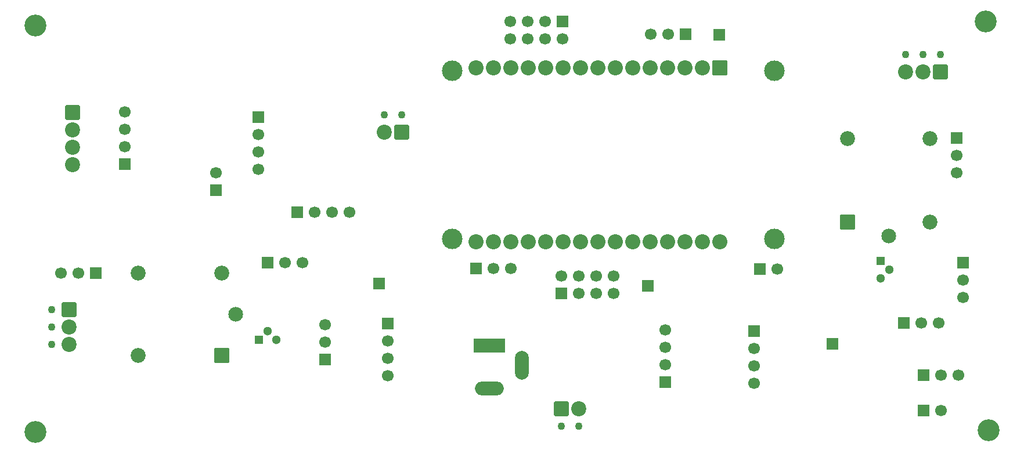
<source format=gbr>
%TF.GenerationSoftware,KiCad,Pcbnew,9.0.7-9.0.7~ubuntu24.04.1*%
%TF.CreationDate,2026-02-20T15:38:25-05:00*%
%TF.ProjectId,plantPartner_PCB1.0,706c616e-7450-4617-9274-6e65725f5043,rev?*%
%TF.SameCoordinates,Original*%
%TF.FileFunction,Soldermask,Bot*%
%TF.FilePolarity,Negative*%
%FSLAX46Y46*%
G04 Gerber Fmt 4.6, Leading zero omitted, Abs format (unit mm)*
G04 Created by KiCad (PCBNEW 9.0.7-9.0.7~ubuntu24.04.1) date 2026-02-20 15:38:25*
%MOMM*%
%LPD*%
G01*
G04 APERTURE LIST*
G04 Aperture macros list*
%AMRoundRect*
0 Rectangle with rounded corners*
0 $1 Rounding radius*
0 $2 $3 $4 $5 $6 $7 $8 $9 X,Y pos of 4 corners*
0 Add a 4 corners polygon primitive as box body*
4,1,4,$2,$3,$4,$5,$6,$7,$8,$9,$2,$3,0*
0 Add four circle primitives for the rounded corners*
1,1,$1+$1,$2,$3*
1,1,$1+$1,$4,$5*
1,1,$1+$1,$6,$7*
1,1,$1+$1,$8,$9*
0 Add four rect primitives between the rounded corners*
20,1,$1+$1,$2,$3,$4,$5,0*
20,1,$1+$1,$4,$5,$6,$7,0*
20,1,$1+$1,$6,$7,$8,$9,0*
20,1,$1+$1,$8,$9,$2,$3,0*%
G04 Aperture macros list end*
%ADD10R,1.700000X1.700000*%
%ADD11C,1.700000*%
%ADD12C,3.200000*%
%ADD13RoundRect,0.249999X-0.850001X0.850001X-0.850001X-0.850001X0.850001X-0.850001X0.850001X0.850001X0*%
%ADD14C,2.200000*%
%ADD15RoundRect,0.102000X0.990000X-0.990000X0.990000X0.990000X-0.990000X0.990000X-0.990000X-0.990000X0*%
%ADD16C,2.184000*%
%ADD17C,2.139000*%
%ADD18C,1.100000*%
%ADD19RoundRect,0.249999X-0.850001X-0.850001X0.850001X-0.850001X0.850001X0.850001X-0.850001X0.850001X0*%
%ADD20C,3.000000*%
%ADD21RoundRect,0.102000X-1.000000X1.000000X-1.000000X-1.000000X1.000000X-1.000000X1.000000X1.000000X0*%
%ADD22C,2.204000*%
%ADD23RoundRect,0.102000X0.990000X0.990000X-0.990000X0.990000X-0.990000X-0.990000X0.990000X-0.990000X0*%
%ADD24R,1.300000X1.300000*%
%ADD25C,1.300000*%
%ADD26RoundRect,0.249999X0.850001X0.850001X-0.850001X0.850001X-0.850001X-0.850001X0.850001X-0.850001X0*%
%ADD27R,4.600000X2.000000*%
%ADD28O,4.200000X2.000000*%
%ADD29O,2.000000X4.200000*%
G04 APERTURE END LIST*
D10*
%TO.C,J20*%
X161955000Y-96750000D03*
D11*
X161955000Y-94210000D03*
X164495000Y-96750000D03*
X164495000Y-94210000D03*
X167035000Y-96750000D03*
X167035000Y-94210000D03*
X169575000Y-96750000D03*
X169575000Y-94210000D03*
%TD*%
D10*
%TO.C,J1*%
X177160000Y-109760000D03*
D11*
X177160000Y-107220000D03*
X177160000Y-104680000D03*
X177160000Y-102140000D03*
%TD*%
D12*
%TO.C,TopLeft*%
X85260000Y-57700000D03*
%TD*%
%TO.C,TopRight*%
X223860000Y-57100000D03*
%TD*%
D13*
%TO.C,J4*%
X90700000Y-70400000D03*
D14*
X90700000Y-72940000D03*
X90700000Y-75480000D03*
X90700000Y-78020000D03*
%TD*%
D10*
%TO.C,J16*%
X190060000Y-102280000D03*
D11*
X190060000Y-104820000D03*
X190060000Y-107360000D03*
X190060000Y-109900000D03*
%TD*%
D10*
%TO.C,J11*%
X111615000Y-81675000D03*
D11*
X111615000Y-79135000D03*
%TD*%
D10*
%TO.C,J8*%
X162105000Y-57050000D03*
D11*
X162105000Y-59590000D03*
X159565000Y-57050000D03*
X159565000Y-59590000D03*
X157025000Y-57050000D03*
X157025000Y-59590000D03*
X154485000Y-57050000D03*
X154485000Y-59590000D03*
%TD*%
D10*
%TO.C,J27*%
X135365000Y-95350000D03*
%TD*%
%TO.C,J22*%
X136686250Y-101180000D03*
D11*
X136686250Y-103720000D03*
X136686250Y-106260000D03*
X136686250Y-108800000D03*
%TD*%
D12*
%TO.C,BottomLeft*%
X85310000Y-117050000D03*
%TD*%
D10*
%TO.C,J29*%
X190920000Y-93250000D03*
D11*
X193460000Y-93250000D03*
%TD*%
D10*
%TO.C,J3*%
X98315000Y-77920000D03*
D11*
X98315000Y-75380000D03*
X98315000Y-72840000D03*
X98315000Y-70300000D03*
%TD*%
D10*
%TO.C,J26*%
X201510000Y-104160000D03*
%TD*%
D15*
%TO.C,K2*%
X203710000Y-86360000D03*
D16*
X215710000Y-86360000D03*
D17*
X209710000Y-88360000D03*
D16*
X203710000Y-74160000D03*
X215710000Y-74160000D03*
%TD*%
D10*
%TO.C,J2*%
X117750000Y-71070000D03*
D11*
X117750000Y-73610000D03*
X117750000Y-76150000D03*
X117750000Y-78690000D03*
%TD*%
D10*
%TO.C,J5*%
X214785000Y-113850000D03*
D11*
X217325000Y-113850000D03*
%TD*%
D10*
%TO.C,J24*%
X180100000Y-58950000D03*
D11*
X177560000Y-58950000D03*
X175020000Y-58950000D03*
%TD*%
D10*
%TO.C,J9*%
X220550000Y-92260000D03*
D11*
X220550000Y-94800000D03*
X220550000Y-97340000D03*
%TD*%
D12*
%TO.C,BottomRight*%
X224300000Y-116800000D03*
%TD*%
D10*
%TO.C,J25*%
X149525000Y-93150000D03*
D11*
X152065000Y-93150000D03*
X154605000Y-93150000D03*
%TD*%
D10*
%TO.C,J14*%
X127500000Y-106440000D03*
D11*
X127500000Y-103900000D03*
X127500000Y-101360000D03*
%TD*%
D10*
%TO.C,J12*%
X211910000Y-101060000D03*
D11*
X214450000Y-101060000D03*
X216990000Y-101060000D03*
%TD*%
D10*
%TO.C,J17*%
X214820000Y-108750000D03*
D11*
X217360000Y-108750000D03*
X219900000Y-108750000D03*
%TD*%
D10*
%TO.C,J21*%
X123420000Y-84900000D03*
D11*
X125960000Y-84900000D03*
X128500000Y-84900000D03*
X131040000Y-84900000D03*
%TD*%
D18*
%TO.C,J6*%
X87652500Y-99165000D03*
X87652500Y-101705000D03*
X87652500Y-104245000D03*
D13*
X90192500Y-99165000D03*
D14*
X90192500Y-101705000D03*
X90192500Y-104245000D03*
%TD*%
D10*
%TO.C,J7*%
X119165000Y-92250000D03*
D11*
X121705000Y-92250000D03*
X124245000Y-92250000D03*
%TD*%
D18*
%TO.C,J18*%
X161965000Y-116140000D03*
X164505000Y-116140000D03*
D19*
X161965000Y-113600000D03*
D14*
X164505000Y-113600000D03*
%TD*%
D10*
%TO.C,J28*%
X185010000Y-59000000D03*
%TD*%
D20*
%TO.C,U3*%
X193040000Y-64270000D03*
X146090000Y-64270000D03*
X193040000Y-88780000D03*
X146090000Y-88780000D03*
D21*
X185080000Y-63850000D03*
D22*
X182540000Y-63850000D03*
X180000000Y-63850000D03*
X177460000Y-63850000D03*
X174920000Y-63850000D03*
X172380000Y-63850000D03*
X169840000Y-63850000D03*
X167300000Y-63850000D03*
X164760000Y-63850000D03*
X162220000Y-63850000D03*
X159680000Y-63850000D03*
X157140000Y-63850000D03*
X154600000Y-63850000D03*
X152060000Y-63850000D03*
X149520000Y-63850000D03*
X149520000Y-89250000D03*
X152060000Y-89250000D03*
X154600000Y-89250000D03*
X157140000Y-89250000D03*
X159680000Y-89250000D03*
X162220000Y-89250000D03*
X164760000Y-89250000D03*
X167300000Y-89250000D03*
X169840000Y-89250000D03*
X172380000Y-89250000D03*
X174920000Y-89250000D03*
X177460000Y-89250000D03*
X180000000Y-89250000D03*
X182540000Y-89250000D03*
X185080000Y-89250000D03*
%TD*%
D23*
%TO.C,K1*%
X112465000Y-105850000D03*
D16*
X112465000Y-93850000D03*
D17*
X114465000Y-99850000D03*
D16*
X100265000Y-105850000D03*
X100265000Y-93850000D03*
%TD*%
D10*
%TO.C,J15*%
X94065000Y-93850000D03*
D11*
X91525000Y-93850000D03*
X88985000Y-93850000D03*
%TD*%
D10*
%TO.C,J13*%
X219610000Y-74060000D03*
D11*
X219610000Y-76600000D03*
X219610000Y-79140000D03*
%TD*%
D24*
%TO.C,Q1*%
X117825000Y-103550000D03*
D25*
X119095000Y-102280000D03*
X120365000Y-103550000D03*
%TD*%
D10*
%TO.C,J23*%
X174565000Y-95650000D03*
%TD*%
D18*
%TO.C,J10*%
X217260000Y-61860000D03*
X214720000Y-61860000D03*
X212180000Y-61860000D03*
D26*
X217260000Y-64400000D03*
D14*
X214720000Y-64400000D03*
X212180000Y-64400000D03*
%TD*%
D18*
%TO.C,J30*%
X138700000Y-70710000D03*
X136160000Y-70710000D03*
D26*
X138700000Y-73250000D03*
D14*
X136160000Y-73250000D03*
%TD*%
D27*
%TO.C,J19*%
X151450000Y-104400000D03*
D28*
X151450000Y-110700000D03*
D29*
X156250000Y-107300000D03*
%TD*%
D24*
%TO.C,Q2*%
X208540000Y-92064999D03*
D25*
X209810000Y-93334999D03*
X208540000Y-94604999D03*
%TD*%
M02*

</source>
